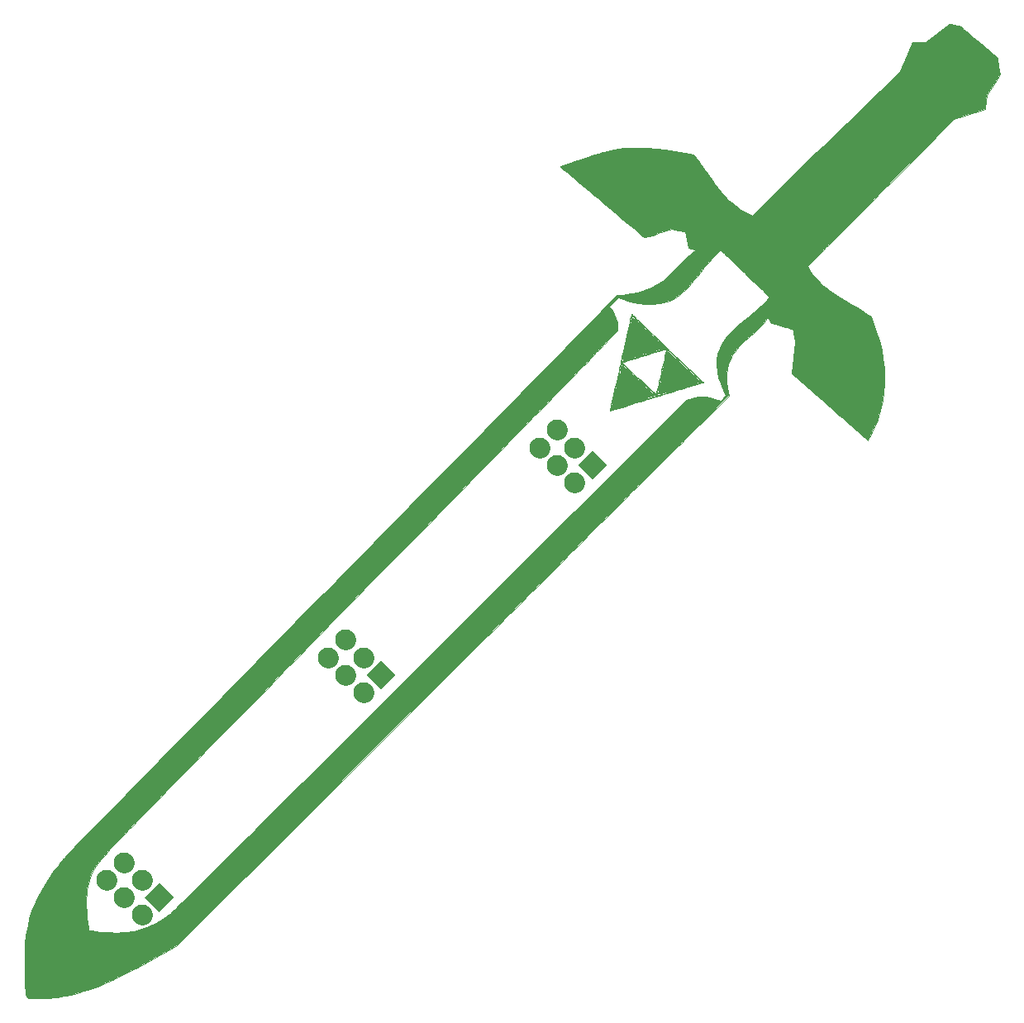
<source format=gbr>
G04 #@! TF.GenerationSoftware,KiCad,Pcbnew,5.1.2*
G04 #@! TF.CreationDate,2019-07-05T21:59:41-05:00*
G04 #@! TF.ProjectId,Master_Sword_(Ocarina_of_Time),4d617374-6572-45f5-9377-6f72645f284f,rev?*
G04 #@! TF.SameCoordinates,Original*
G04 #@! TF.FileFunction,Soldermask,Top*
G04 #@! TF.FilePolarity,Negative*
%FSLAX46Y46*%
G04 Gerber Fmt 4.6, Leading zero omitted, Abs format (unit mm)*
G04 Created by KiCad (PCBNEW 5.1.2) date 2019-07-05 21:59:41*
%MOMM*%
%LPD*%
G04 APERTURE LIST*
%ADD10C,0.010000*%
%ADD11C,2.100000*%
%ADD12C,2.100000*%
%ADD13C,0.100000*%
%ADD14C,0.900000*%
%ADD15C,1.300000*%
G04 APERTURE END LIST*
D10*
G36*
X191280022Y-54486020D02*
G01*
X191481942Y-54523862D01*
X191656599Y-54562220D01*
X191785057Y-54596561D01*
X191847823Y-54621913D01*
X191890652Y-54657944D01*
X191991574Y-54744384D01*
X192144722Y-54876168D01*
X192344229Y-55048230D01*
X192584229Y-55255502D01*
X192858854Y-55492919D01*
X193162238Y-55755415D01*
X193488514Y-56037923D01*
X193773990Y-56285259D01*
X195636833Y-57899684D01*
X195770134Y-58733223D01*
X195903435Y-59566761D01*
X195234218Y-60616749D01*
X194565000Y-61666737D01*
X194497133Y-62253952D01*
X194470619Y-62479593D01*
X194445638Y-62685396D01*
X194424662Y-62851470D01*
X194410160Y-62957925D01*
X194407980Y-62972003D01*
X194386694Y-63102840D01*
X191164128Y-64111166D01*
X184806137Y-70524666D01*
X184177566Y-71158752D01*
X183555326Y-71786505D01*
X182942824Y-72404485D01*
X182343467Y-73009252D01*
X181760664Y-73597367D01*
X181197822Y-74165388D01*
X180658350Y-74709877D01*
X180145654Y-75227392D01*
X179663142Y-75714494D01*
X179214222Y-76167743D01*
X178802303Y-76583698D01*
X178430790Y-76958920D01*
X178103094Y-77289968D01*
X177822620Y-77573403D01*
X177592777Y-77805784D01*
X177416973Y-77983671D01*
X177334828Y-78066889D01*
X176221510Y-79195613D01*
X176314880Y-79379223D01*
X176488567Y-79678779D01*
X176715583Y-80006856D01*
X176979908Y-80343403D01*
X177265521Y-80668371D01*
X177556402Y-80961712D01*
X177642665Y-81040878D01*
X177822433Y-81198634D01*
X178003165Y-81349950D01*
X178191670Y-81499372D01*
X178394756Y-81651446D01*
X178619233Y-81810716D01*
X178871908Y-81981729D01*
X179159591Y-82169030D01*
X179489090Y-82377164D01*
X179867214Y-82610678D01*
X180300772Y-82874116D01*
X180796571Y-83172025D01*
X181158833Y-83388323D01*
X181418327Y-83544492D01*
X181681487Y-83705567D01*
X181929154Y-83859628D01*
X182142168Y-83994757D01*
X182301368Y-84099035D01*
X182301833Y-84099348D01*
X182682833Y-84356270D01*
X182889018Y-84877732D01*
X183255297Y-85873655D01*
X183552034Y-86836234D01*
X183781659Y-87776714D01*
X183946605Y-88706341D01*
X184049303Y-89636361D01*
X184089333Y-90429894D01*
X184085966Y-91303670D01*
X184030144Y-92128137D01*
X183918498Y-92922972D01*
X183747654Y-93707853D01*
X183514244Y-94502459D01*
X183278558Y-95162666D01*
X183219621Y-95306539D01*
X183137671Y-95492609D01*
X183038774Y-95708471D01*
X182928997Y-95941719D01*
X182814406Y-96179949D01*
X182701068Y-96410755D01*
X182595049Y-96621732D01*
X182502415Y-96800475D01*
X182429234Y-96934578D01*
X182381571Y-97011638D01*
X182367663Y-97025333D01*
X182333220Y-96997889D01*
X182239297Y-96917879D01*
X182089875Y-96788789D01*
X181888932Y-96614102D01*
X181640446Y-96397304D01*
X181348396Y-96141879D01*
X181016761Y-95851312D01*
X180649520Y-95529088D01*
X180250652Y-95178690D01*
X179824134Y-94803604D01*
X179373946Y-94407315D01*
X178904067Y-93993306D01*
X178657888Y-93776250D01*
X178175239Y-93350605D01*
X177707547Y-92938163D01*
X177259056Y-92542665D01*
X176834010Y-92167853D01*
X176436652Y-91817470D01*
X176071226Y-91495255D01*
X175741975Y-91204953D01*
X175453145Y-90950303D01*
X175208977Y-90735049D01*
X175013716Y-90562931D01*
X174871606Y-90437691D01*
X174786891Y-90363072D01*
X174768932Y-90347276D01*
X174564138Y-90167385D01*
X174746479Y-88596031D01*
X174928819Y-87024676D01*
X174828672Y-86391269D01*
X174790801Y-86166119D01*
X174753320Y-85968649D01*
X174719622Y-85815010D01*
X174693098Y-85721353D01*
X174684012Y-85702569D01*
X174630044Y-85672640D01*
X174509116Y-85625091D01*
X174335823Y-85565051D01*
X174124757Y-85497652D01*
X173962166Y-85448787D01*
X173695567Y-85370361D01*
X173419788Y-85288719D01*
X173161324Y-85211738D01*
X172946673Y-85147295D01*
X172876824Y-85126127D01*
X172468815Y-85001957D01*
X172286059Y-84721452D01*
X172193918Y-84583275D01*
X172134199Y-84506961D01*
X172094810Y-84482356D01*
X172063657Y-84499305D01*
X172047011Y-84520723D01*
X171858905Y-84783092D01*
X171687048Y-85011396D01*
X171520441Y-85217293D01*
X171348089Y-85412444D01*
X171158993Y-85608507D01*
X170942157Y-85817142D01*
X170686583Y-86050010D01*
X170381274Y-86318768D01*
X170215666Y-86462358D01*
X169804494Y-86824819D01*
X169455985Y-87148888D01*
X169162507Y-87443368D01*
X168916427Y-87717060D01*
X168710116Y-87978766D01*
X168535940Y-88237288D01*
X168386270Y-88501428D01*
X168305392Y-88665548D01*
X168112647Y-89170315D01*
X167981879Y-89725039D01*
X167913717Y-90321329D01*
X167908789Y-90950794D01*
X167967721Y-91605043D01*
X168049637Y-92084729D01*
X168125623Y-92456958D01*
X163847228Y-96724356D01*
X163598309Y-96972597D01*
X163291184Y-97278820D01*
X162927631Y-97641254D01*
X162509427Y-98058127D01*
X162038351Y-98527668D01*
X161516179Y-99048105D01*
X160944690Y-99617668D01*
X160325661Y-100234586D01*
X159660870Y-100897086D01*
X158952094Y-101603398D01*
X158201112Y-102351750D01*
X157409700Y-103140371D01*
X156579637Y-103967491D01*
X155712700Y-104831337D01*
X154810667Y-105730138D01*
X153875316Y-106662124D01*
X152908423Y-107625522D01*
X151911768Y-108618563D01*
X150887127Y-109639473D01*
X149836278Y-110686483D01*
X148761000Y-111757820D01*
X147663068Y-112851714D01*
X146544262Y-113966394D01*
X145406359Y-115100087D01*
X144251136Y-116251024D01*
X143080372Y-117417432D01*
X141895844Y-118597540D01*
X140699329Y-119789577D01*
X139492605Y-120991773D01*
X138277450Y-122202354D01*
X137055642Y-123419551D01*
X135828958Y-124641592D01*
X135581217Y-124888394D01*
X111593602Y-148785034D01*
X110604551Y-149357477D01*
X109523242Y-149976092D01*
X108503810Y-150544005D01*
X107541803Y-151063134D01*
X106632768Y-151535398D01*
X105772255Y-151962718D01*
X104955811Y-152347010D01*
X104178985Y-152690196D01*
X103437324Y-152994192D01*
X102726377Y-153260919D01*
X102041693Y-153492295D01*
X101378819Y-153690240D01*
X100733303Y-153856671D01*
X100100694Y-153993509D01*
X99667166Y-154072047D01*
X99325782Y-154122410D01*
X98952228Y-154166113D01*
X98563500Y-154202114D01*
X98176598Y-154229367D01*
X97808517Y-154246829D01*
X97476257Y-154253455D01*
X97196815Y-154248201D01*
X97021333Y-154234578D01*
X96928179Y-154224971D01*
X96780586Y-154211438D01*
X96608517Y-154196712D01*
X96587416Y-154194976D01*
X96401821Y-154174058D01*
X96294545Y-154147412D01*
X96259345Y-154113472D01*
X96259333Y-154112750D01*
X96225630Y-154048959D01*
X96203731Y-154036055D01*
X96172822Y-153983072D01*
X96142632Y-153853139D01*
X96113656Y-153653974D01*
X96086389Y-153393292D01*
X96061324Y-153078810D01*
X96038958Y-152718244D01*
X96019783Y-152319313D01*
X96004295Y-151889731D01*
X95992989Y-151437216D01*
X95986358Y-150969484D01*
X95984753Y-150619333D01*
X95985930Y-150115443D01*
X95990517Y-149681914D01*
X95999477Y-149304476D01*
X96013771Y-148968859D01*
X96034363Y-148660792D01*
X96062214Y-148366006D01*
X96098288Y-148070230D01*
X96143546Y-147759195D01*
X96198952Y-147418629D01*
X96201764Y-147402000D01*
X96325043Y-146750407D01*
X96470869Y-146128875D01*
X96643218Y-145529261D01*
X96846067Y-144943424D01*
X97083393Y-144363220D01*
X97090700Y-144347779D01*
X102319822Y-144347779D01*
X102324786Y-144787716D01*
X102340126Y-145238217D01*
X102365452Y-145680968D01*
X102400376Y-146097655D01*
X102437969Y-146422534D01*
X102469953Y-146655053D01*
X102499994Y-146863911D01*
X102525514Y-147031869D01*
X102543934Y-147141687D01*
X102549653Y-147169316D01*
X102565322Y-147209244D01*
X102598422Y-147239491D01*
X102662805Y-147264050D01*
X102772324Y-147286918D01*
X102940831Y-147312088D01*
X103131342Y-147337070D01*
X103920098Y-147422086D01*
X104675986Y-147471861D01*
X105386453Y-147485983D01*
X106038945Y-147464040D01*
X106316730Y-147441667D01*
X107164197Y-147322244D01*
X107966714Y-147132350D01*
X108728924Y-146870134D01*
X109455473Y-146533747D01*
X110151005Y-146121336D01*
X110779666Y-145663503D01*
X110802497Y-145644604D01*
X110832423Y-145618513D01*
X110870374Y-145584305D01*
X110917277Y-145541057D01*
X110974061Y-145487845D01*
X111041656Y-145423744D01*
X111120990Y-145347831D01*
X111212991Y-145259182D01*
X111318589Y-145156873D01*
X111438712Y-145039980D01*
X111574289Y-144907578D01*
X111726248Y-144758745D01*
X111895519Y-144592557D01*
X112083029Y-144408088D01*
X112289709Y-144204416D01*
X112516486Y-143980617D01*
X112764289Y-143735765D01*
X113034047Y-143468939D01*
X113326689Y-143179213D01*
X113643143Y-142865664D01*
X113984338Y-142527368D01*
X114351203Y-142163401D01*
X114744667Y-141772839D01*
X115165658Y-141354757D01*
X115615106Y-140908233D01*
X116093938Y-140432343D01*
X116603083Y-139926161D01*
X117143471Y-139388765D01*
X117716030Y-138819230D01*
X118321688Y-138216633D01*
X118961375Y-137580050D01*
X119636019Y-136908556D01*
X120346549Y-136201228D01*
X121093893Y-135457142D01*
X121878981Y-134675373D01*
X122702741Y-133854999D01*
X123566102Y-132995095D01*
X124469992Y-132094737D01*
X125415341Y-131153001D01*
X126403077Y-130168963D01*
X127434128Y-129141700D01*
X128509424Y-128070287D01*
X129629893Y-126953801D01*
X130796463Y-125791318D01*
X132010065Y-124581913D01*
X133271626Y-123324662D01*
X134582075Y-122018643D01*
X135942341Y-120662931D01*
X137353352Y-119256601D01*
X138816038Y-117798731D01*
X140331326Y-116288395D01*
X141900147Y-114724671D01*
X143523427Y-113106635D01*
X145202097Y-111433361D01*
X146937085Y-109703927D01*
X148729320Y-107917409D01*
X150579730Y-106072882D01*
X152329833Y-104328329D01*
X163759833Y-92934538D01*
X164098500Y-92799498D01*
X164614889Y-92634949D01*
X165135327Y-92552477D01*
X165663277Y-92552174D01*
X166202202Y-92634133D01*
X166755563Y-92798447D01*
X166954351Y-92875868D01*
X167270203Y-93006233D01*
X167562668Y-92713768D01*
X167855133Y-92421302D01*
X167599141Y-91897568D01*
X167306133Y-91232344D01*
X167091619Y-90594635D01*
X166955189Y-89981258D01*
X166896430Y-89389031D01*
X166914932Y-88814769D01*
X167010284Y-88255292D01*
X167091099Y-87966000D01*
X167188976Y-87706260D01*
X167325869Y-87408866D01*
X167487208Y-87101714D01*
X167658422Y-86812701D01*
X167809650Y-86590166D01*
X168011630Y-86341136D01*
X168276179Y-86053016D01*
X168595255Y-85733431D01*
X168960815Y-85390007D01*
X169364817Y-85030370D01*
X169799218Y-84662147D01*
X170109833Y-84409168D01*
X170545650Y-84055917D01*
X170917546Y-83745301D01*
X171231327Y-83471933D01*
X171492804Y-83230427D01*
X171707784Y-83015396D01*
X171882075Y-82821453D01*
X172021486Y-82643211D01*
X172036005Y-82622822D01*
X172129970Y-82493280D01*
X172204917Y-82397056D01*
X172248441Y-82349826D01*
X172253776Y-82347655D01*
X172257624Y-82346705D01*
X172244157Y-82329622D01*
X172209871Y-82292988D01*
X172151262Y-82233386D01*
X172064825Y-82147399D01*
X171947057Y-82031608D01*
X171794454Y-81882596D01*
X171603510Y-81696946D01*
X171370723Y-81471240D01*
X171092588Y-81202059D01*
X170765601Y-80885988D01*
X170386258Y-80519607D01*
X169951055Y-80099499D01*
X169729524Y-79885710D01*
X169351889Y-79521921D01*
X168991858Y-79176309D01*
X168654055Y-78853239D01*
X168343100Y-78557075D01*
X168063617Y-78292179D01*
X167820228Y-78062916D01*
X167617556Y-77873649D01*
X167460221Y-77728742D01*
X167352847Y-77632559D01*
X167300056Y-77589464D01*
X167295358Y-77587686D01*
X167253923Y-77626103D01*
X167162815Y-77702185D01*
X167039237Y-77801674D01*
X166995695Y-77836085D01*
X166698280Y-78093452D01*
X166365702Y-78424842D01*
X165999866Y-78828155D01*
X165602675Y-79301291D01*
X165178357Y-79839128D01*
X164842605Y-80272851D01*
X164548193Y-80644862D01*
X164288045Y-80962911D01*
X164055086Y-81234743D01*
X163842240Y-81468107D01*
X163642433Y-81670750D01*
X163448589Y-81850419D01*
X163253632Y-82014861D01*
X163050488Y-82171824D01*
X163042856Y-82177491D01*
X162547365Y-82504179D01*
X162038240Y-82756545D01*
X161504798Y-82937954D01*
X160936354Y-83051769D01*
X160322226Y-83101355D01*
X160099853Y-83104176D01*
X159523055Y-83080174D01*
X158942857Y-83009707D01*
X158342878Y-82889753D01*
X157706734Y-82717291D01*
X157304000Y-82588403D01*
X156817166Y-82424697D01*
X156363461Y-82877598D01*
X155909756Y-83330500D01*
X156104104Y-83626833D01*
X156371993Y-84080312D01*
X156569227Y-84514460D01*
X156694597Y-84925002D01*
X156746896Y-85307665D01*
X156724916Y-85658173D01*
X156704779Y-85751990D01*
X156699588Y-85765651D01*
X156689026Y-85784463D01*
X156671933Y-85809615D01*
X156647150Y-85842297D01*
X156613516Y-85883698D01*
X156569874Y-85935007D01*
X156515062Y-85997412D01*
X156447923Y-86072105D01*
X156367296Y-86160273D01*
X156272023Y-86263106D01*
X156160943Y-86381792D01*
X156032897Y-86517523D01*
X155886726Y-86671485D01*
X155721271Y-86844870D01*
X155535372Y-87038865D01*
X155327869Y-87254661D01*
X155097604Y-87493446D01*
X154843417Y-87756410D01*
X154564147Y-88044741D01*
X154258637Y-88359630D01*
X153925727Y-88702265D01*
X153564257Y-89073835D01*
X153173067Y-89475530D01*
X152750999Y-89908539D01*
X152296893Y-90374051D01*
X151809590Y-90873255D01*
X151287930Y-91407342D01*
X150730753Y-91977498D01*
X150136901Y-92584915D01*
X149505213Y-93230781D01*
X148834532Y-93916286D01*
X148123696Y-94642618D01*
X147371547Y-95410967D01*
X146576925Y-96222523D01*
X145738671Y-97078473D01*
X144855626Y-97980008D01*
X143926630Y-98928317D01*
X142950523Y-99924589D01*
X141926147Y-100970013D01*
X140852341Y-102065779D01*
X139727947Y-103213075D01*
X138551805Y-104413091D01*
X137322755Y-105667016D01*
X136039639Y-106976039D01*
X134701297Y-108341350D01*
X133306568Y-109764138D01*
X131854295Y-111245591D01*
X131108050Y-112006820D01*
X129876133Y-113263473D01*
X128657733Y-114506357D01*
X127454232Y-115734058D01*
X126267016Y-116945163D01*
X125097470Y-118138260D01*
X123946979Y-119311935D01*
X122816926Y-120464775D01*
X121708697Y-121595368D01*
X120623677Y-122702300D01*
X119563250Y-123784159D01*
X118528801Y-124839532D01*
X117521715Y-125867006D01*
X116543376Y-126865168D01*
X115595169Y-127832604D01*
X114678480Y-128767904D01*
X113794691Y-129669652D01*
X112945189Y-130536437D01*
X112131358Y-131366845D01*
X111354583Y-132159463D01*
X110616248Y-132912880D01*
X109917739Y-133625681D01*
X109260439Y-134296454D01*
X108645734Y-134923786D01*
X108075008Y-135506263D01*
X107549646Y-136042474D01*
X107071033Y-136531005D01*
X106640554Y-136970444D01*
X106259592Y-137359376D01*
X105929534Y-137696390D01*
X105651763Y-137980073D01*
X105427665Y-138209011D01*
X105258624Y-138381793D01*
X105146024Y-138497003D01*
X105091252Y-138553231D01*
X105090187Y-138554333D01*
X104780442Y-138884463D01*
X104453737Y-139249139D01*
X104128801Y-139626516D01*
X103824364Y-139994750D01*
X103559153Y-140331998D01*
X103508256Y-140399430D01*
X103175231Y-140884947D01*
X102905679Y-141371840D01*
X102692730Y-141877478D01*
X102529515Y-142419230D01*
X102409163Y-143014465D01*
X102371076Y-143274500D01*
X102342578Y-143572857D01*
X102325623Y-143936722D01*
X102319822Y-144347779D01*
X97090700Y-144347779D01*
X97359171Y-143780508D01*
X97677379Y-143187145D01*
X98041991Y-142574990D01*
X98456986Y-141935899D01*
X98926338Y-141261732D01*
X99454025Y-140544344D01*
X99724834Y-140187953D01*
X99755712Y-140148277D01*
X99790342Y-140105108D01*
X99829865Y-140057283D01*
X99875422Y-140003636D01*
X99928153Y-139943005D01*
X99989200Y-139874224D01*
X100059703Y-139796130D01*
X100140804Y-139707560D01*
X100233643Y-139607348D01*
X100339361Y-139494331D01*
X100459100Y-139367345D01*
X100594000Y-139225225D01*
X100745202Y-139066809D01*
X100913847Y-138890931D01*
X101101076Y-138696428D01*
X101308030Y-138482135D01*
X101535850Y-138246889D01*
X101785676Y-137989526D01*
X102058651Y-137708881D01*
X102355914Y-137403791D01*
X102678606Y-137073091D01*
X103027869Y-136715617D01*
X103404844Y-136330206D01*
X103810671Y-135915694D01*
X104246491Y-135470915D01*
X104713446Y-134994708D01*
X105212676Y-134485906D01*
X105745321Y-133943346D01*
X106312525Y-133365865D01*
X106915426Y-132752298D01*
X107555166Y-132101481D01*
X108232885Y-131412250D01*
X108949726Y-130683441D01*
X109706829Y-129913891D01*
X110505334Y-129102434D01*
X111346382Y-128247907D01*
X112231116Y-127349146D01*
X113160675Y-126404987D01*
X114136200Y-125414266D01*
X115158832Y-124375819D01*
X116229713Y-123288482D01*
X117349984Y-122151090D01*
X118520784Y-120962480D01*
X119743255Y-119721488D01*
X121018539Y-118426949D01*
X122347775Y-117077700D01*
X123732105Y-115672577D01*
X125172671Y-114210415D01*
X126670612Y-112690050D01*
X127915412Y-111426635D01*
X129196470Y-110126353D01*
X130463016Y-108840654D01*
X131713744Y-107570864D01*
X132947353Y-106318311D01*
X134162537Y-105084321D01*
X135357993Y-103870221D01*
X136532417Y-102677337D01*
X137684504Y-101506997D01*
X138812952Y-100360526D01*
X139916456Y-99239252D01*
X140993712Y-98144500D01*
X142043416Y-97077599D01*
X143064265Y-96039875D01*
X144054954Y-95032653D01*
X145014180Y-94057262D01*
X145940638Y-93115027D01*
X146833025Y-92207275D01*
X147690037Y-91335334D01*
X148510370Y-90500529D01*
X149292720Y-89704188D01*
X150035783Y-88947636D01*
X150738256Y-88232201D01*
X151398833Y-87559210D01*
X152016212Y-86929989D01*
X152589089Y-86345865D01*
X153116159Y-85808164D01*
X153596119Y-85318213D01*
X154027665Y-84877339D01*
X154409492Y-84486869D01*
X154740297Y-84148129D01*
X155018777Y-83862446D01*
X155243627Y-83631146D01*
X155413543Y-83455557D01*
X155527221Y-83337005D01*
X155583357Y-83276816D01*
X155589500Y-83269107D01*
X155619842Y-83219693D01*
X155704099Y-83125217D01*
X155832117Y-82995964D01*
X155993742Y-82842222D01*
X156161000Y-82690124D01*
X156732500Y-82180898D01*
X157278007Y-82128724D01*
X158102060Y-82023163D01*
X158861169Y-81869127D01*
X159561403Y-81664247D01*
X160208831Y-81406152D01*
X160809521Y-81092475D01*
X161369543Y-80720843D01*
X161821555Y-80354588D01*
X161925045Y-80257008D01*
X162074110Y-80107885D01*
X162257748Y-79918663D01*
X162464957Y-79700785D01*
X162684734Y-79465695D01*
X162875084Y-79258830D01*
X163307226Y-78797337D01*
X163701462Y-78400822D01*
X164055917Y-78071044D01*
X164368711Y-77809767D01*
X164589614Y-77649975D01*
X164684294Y-77582952D01*
X164737702Y-77536503D01*
X164742496Y-77525718D01*
X164698152Y-77509514D01*
X164590790Y-77477611D01*
X164439355Y-77435521D01*
X164350052Y-77411587D01*
X163971500Y-77311348D01*
X163675166Y-75668166D01*
X162978621Y-75529845D01*
X162282077Y-75391523D01*
X160911491Y-75839162D01*
X160586780Y-75944524D01*
X160287514Y-76040304D01*
X160023220Y-76123557D01*
X159803430Y-76191334D01*
X159637672Y-76240688D01*
X159535476Y-76268672D01*
X159506131Y-76273817D01*
X159469570Y-76245340D01*
X159372866Y-76166187D01*
X159220628Y-76040231D01*
X159017467Y-75871344D01*
X158767993Y-75663397D01*
X158476817Y-75420262D01*
X158148548Y-75145812D01*
X157787798Y-74843918D01*
X157399175Y-74518452D01*
X156987292Y-74173286D01*
X156556757Y-73812291D01*
X156112182Y-73439340D01*
X155658175Y-73058305D01*
X155199349Y-72673057D01*
X154740313Y-72287469D01*
X154285676Y-71905411D01*
X153840051Y-71530757D01*
X153408046Y-71167378D01*
X152994272Y-70819145D01*
X152603339Y-70489932D01*
X152239858Y-70183608D01*
X151908439Y-69904048D01*
X151613692Y-69655122D01*
X151360227Y-69440701D01*
X151152655Y-69264660D01*
X150995586Y-69130868D01*
X150893631Y-69043198D01*
X150851398Y-69005522D01*
X150850558Y-69004536D01*
X150884416Y-68984001D01*
X150990345Y-68940627D01*
X151159742Y-68877278D01*
X151384007Y-68796819D01*
X151654539Y-68702113D01*
X151962738Y-68596026D01*
X152300001Y-68481420D01*
X152657729Y-68361162D01*
X153027320Y-68238114D01*
X153400173Y-68115142D01*
X153767688Y-67995109D01*
X154121263Y-67880880D01*
X154452298Y-67775320D01*
X154752191Y-67681292D01*
X155012342Y-67601661D01*
X155224149Y-67539291D01*
X155371442Y-67498973D01*
X156070489Y-67339169D01*
X156778253Y-67216518D01*
X157502145Y-67131100D01*
X158249579Y-67082995D01*
X159027970Y-67072286D01*
X159844728Y-67099053D01*
X160707269Y-67163379D01*
X161623004Y-67265343D01*
X162599348Y-67405027D01*
X163643712Y-67582513D01*
X163685034Y-67590039D01*
X164541568Y-67746419D01*
X164874456Y-68193626D01*
X164987914Y-68348964D01*
X165138874Y-68559992D01*
X165317251Y-68812373D01*
X165512961Y-69091771D01*
X165715918Y-69383847D01*
X165916038Y-69674265D01*
X165918599Y-69678000D01*
X166200775Y-70087490D01*
X166444800Y-70436732D01*
X166658695Y-70736452D01*
X166850476Y-70997372D01*
X167028164Y-71230216D01*
X167199777Y-71445707D01*
X167373333Y-71654571D01*
X167549778Y-71859438D01*
X168065382Y-72397451D01*
X168629503Y-72890542D01*
X169227628Y-73327716D01*
X169845247Y-73697977D01*
X170223244Y-73885313D01*
X170535956Y-74027821D01*
X177159728Y-67550557D01*
X177803195Y-66921336D01*
X178438593Y-66300033D01*
X179062624Y-65689871D01*
X179671990Y-65094074D01*
X180263393Y-64515867D01*
X180833535Y-63958471D01*
X181379118Y-63425111D01*
X181896845Y-62919011D01*
X182383418Y-62443394D01*
X182835538Y-62001484D01*
X183249909Y-61596504D01*
X183623231Y-61231679D01*
X183952208Y-60910230D01*
X184233541Y-60635384D01*
X184463932Y-60410362D01*
X184640084Y-60238388D01*
X184750255Y-60130917D01*
X185717010Y-59188541D01*
X186319435Y-57712854D01*
X186921860Y-56237166D01*
X188336445Y-56237166D01*
X190775545Y-54399046D01*
X191280022Y-54486020D01*
X191280022Y-54486020D01*
G37*
X191280022Y-54486020D02*
X191481942Y-54523862D01*
X191656599Y-54562220D01*
X191785057Y-54596561D01*
X191847823Y-54621913D01*
X191890652Y-54657944D01*
X191991574Y-54744384D01*
X192144722Y-54876168D01*
X192344229Y-55048230D01*
X192584229Y-55255502D01*
X192858854Y-55492919D01*
X193162238Y-55755415D01*
X193488514Y-56037923D01*
X193773990Y-56285259D01*
X195636833Y-57899684D01*
X195770134Y-58733223D01*
X195903435Y-59566761D01*
X195234218Y-60616749D01*
X194565000Y-61666737D01*
X194497133Y-62253952D01*
X194470619Y-62479593D01*
X194445638Y-62685396D01*
X194424662Y-62851470D01*
X194410160Y-62957925D01*
X194407980Y-62972003D01*
X194386694Y-63102840D01*
X191164128Y-64111166D01*
X184806137Y-70524666D01*
X184177566Y-71158752D01*
X183555326Y-71786505D01*
X182942824Y-72404485D01*
X182343467Y-73009252D01*
X181760664Y-73597367D01*
X181197822Y-74165388D01*
X180658350Y-74709877D01*
X180145654Y-75227392D01*
X179663142Y-75714494D01*
X179214222Y-76167743D01*
X178802303Y-76583698D01*
X178430790Y-76958920D01*
X178103094Y-77289968D01*
X177822620Y-77573403D01*
X177592777Y-77805784D01*
X177416973Y-77983671D01*
X177334828Y-78066889D01*
X176221510Y-79195613D01*
X176314880Y-79379223D01*
X176488567Y-79678779D01*
X176715583Y-80006856D01*
X176979908Y-80343403D01*
X177265521Y-80668371D01*
X177556402Y-80961712D01*
X177642665Y-81040878D01*
X177822433Y-81198634D01*
X178003165Y-81349950D01*
X178191670Y-81499372D01*
X178394756Y-81651446D01*
X178619233Y-81810716D01*
X178871908Y-81981729D01*
X179159591Y-82169030D01*
X179489090Y-82377164D01*
X179867214Y-82610678D01*
X180300772Y-82874116D01*
X180796571Y-83172025D01*
X181158833Y-83388323D01*
X181418327Y-83544492D01*
X181681487Y-83705567D01*
X181929154Y-83859628D01*
X182142168Y-83994757D01*
X182301368Y-84099035D01*
X182301833Y-84099348D01*
X182682833Y-84356270D01*
X182889018Y-84877732D01*
X183255297Y-85873655D01*
X183552034Y-86836234D01*
X183781659Y-87776714D01*
X183946605Y-88706341D01*
X184049303Y-89636361D01*
X184089333Y-90429894D01*
X184085966Y-91303670D01*
X184030144Y-92128137D01*
X183918498Y-92922972D01*
X183747654Y-93707853D01*
X183514244Y-94502459D01*
X183278558Y-95162666D01*
X183219621Y-95306539D01*
X183137671Y-95492609D01*
X183038774Y-95708471D01*
X182928997Y-95941719D01*
X182814406Y-96179949D01*
X182701068Y-96410755D01*
X182595049Y-96621732D01*
X182502415Y-96800475D01*
X182429234Y-96934578D01*
X182381571Y-97011638D01*
X182367663Y-97025333D01*
X182333220Y-96997889D01*
X182239297Y-96917879D01*
X182089875Y-96788789D01*
X181888932Y-96614102D01*
X181640446Y-96397304D01*
X181348396Y-96141879D01*
X181016761Y-95851312D01*
X180649520Y-95529088D01*
X180250652Y-95178690D01*
X179824134Y-94803604D01*
X179373946Y-94407315D01*
X178904067Y-93993306D01*
X178657888Y-93776250D01*
X178175239Y-93350605D01*
X177707547Y-92938163D01*
X177259056Y-92542665D01*
X176834010Y-92167853D01*
X176436652Y-91817470D01*
X176071226Y-91495255D01*
X175741975Y-91204953D01*
X175453145Y-90950303D01*
X175208977Y-90735049D01*
X175013716Y-90562931D01*
X174871606Y-90437691D01*
X174786891Y-90363072D01*
X174768932Y-90347276D01*
X174564138Y-90167385D01*
X174746479Y-88596031D01*
X174928819Y-87024676D01*
X174828672Y-86391269D01*
X174790801Y-86166119D01*
X174753320Y-85968649D01*
X174719622Y-85815010D01*
X174693098Y-85721353D01*
X174684012Y-85702569D01*
X174630044Y-85672640D01*
X174509116Y-85625091D01*
X174335823Y-85565051D01*
X174124757Y-85497652D01*
X173962166Y-85448787D01*
X173695567Y-85370361D01*
X173419788Y-85288719D01*
X173161324Y-85211738D01*
X172946673Y-85147295D01*
X172876824Y-85126127D01*
X172468815Y-85001957D01*
X172286059Y-84721452D01*
X172193918Y-84583275D01*
X172134199Y-84506961D01*
X172094810Y-84482356D01*
X172063657Y-84499305D01*
X172047011Y-84520723D01*
X171858905Y-84783092D01*
X171687048Y-85011396D01*
X171520441Y-85217293D01*
X171348089Y-85412444D01*
X171158993Y-85608507D01*
X170942157Y-85817142D01*
X170686583Y-86050010D01*
X170381274Y-86318768D01*
X170215666Y-86462358D01*
X169804494Y-86824819D01*
X169455985Y-87148888D01*
X169162507Y-87443368D01*
X168916427Y-87717060D01*
X168710116Y-87978766D01*
X168535940Y-88237288D01*
X168386270Y-88501428D01*
X168305392Y-88665548D01*
X168112647Y-89170315D01*
X167981879Y-89725039D01*
X167913717Y-90321329D01*
X167908789Y-90950794D01*
X167967721Y-91605043D01*
X168049637Y-92084729D01*
X168125623Y-92456958D01*
X163847228Y-96724356D01*
X163598309Y-96972597D01*
X163291184Y-97278820D01*
X162927631Y-97641254D01*
X162509427Y-98058127D01*
X162038351Y-98527668D01*
X161516179Y-99048105D01*
X160944690Y-99617668D01*
X160325661Y-100234586D01*
X159660870Y-100897086D01*
X158952094Y-101603398D01*
X158201112Y-102351750D01*
X157409700Y-103140371D01*
X156579637Y-103967491D01*
X155712700Y-104831337D01*
X154810667Y-105730138D01*
X153875316Y-106662124D01*
X152908423Y-107625522D01*
X151911768Y-108618563D01*
X150887127Y-109639473D01*
X149836278Y-110686483D01*
X148761000Y-111757820D01*
X147663068Y-112851714D01*
X146544262Y-113966394D01*
X145406359Y-115100087D01*
X144251136Y-116251024D01*
X143080372Y-117417432D01*
X141895844Y-118597540D01*
X140699329Y-119789577D01*
X139492605Y-120991773D01*
X138277450Y-122202354D01*
X137055642Y-123419551D01*
X135828958Y-124641592D01*
X135581217Y-124888394D01*
X111593602Y-148785034D01*
X110604551Y-149357477D01*
X109523242Y-149976092D01*
X108503810Y-150544005D01*
X107541803Y-151063134D01*
X106632768Y-151535398D01*
X105772255Y-151962718D01*
X104955811Y-152347010D01*
X104178985Y-152690196D01*
X103437324Y-152994192D01*
X102726377Y-153260919D01*
X102041693Y-153492295D01*
X101378819Y-153690240D01*
X100733303Y-153856671D01*
X100100694Y-153993509D01*
X99667166Y-154072047D01*
X99325782Y-154122410D01*
X98952228Y-154166113D01*
X98563500Y-154202114D01*
X98176598Y-154229367D01*
X97808517Y-154246829D01*
X97476257Y-154253455D01*
X97196815Y-154248201D01*
X97021333Y-154234578D01*
X96928179Y-154224971D01*
X96780586Y-154211438D01*
X96608517Y-154196712D01*
X96587416Y-154194976D01*
X96401821Y-154174058D01*
X96294545Y-154147412D01*
X96259345Y-154113472D01*
X96259333Y-154112750D01*
X96225630Y-154048959D01*
X96203731Y-154036055D01*
X96172822Y-153983072D01*
X96142632Y-153853139D01*
X96113656Y-153653974D01*
X96086389Y-153393292D01*
X96061324Y-153078810D01*
X96038958Y-152718244D01*
X96019783Y-152319313D01*
X96004295Y-151889731D01*
X95992989Y-151437216D01*
X95986358Y-150969484D01*
X95984753Y-150619333D01*
X95985930Y-150115443D01*
X95990517Y-149681914D01*
X95999477Y-149304476D01*
X96013771Y-148968859D01*
X96034363Y-148660792D01*
X96062214Y-148366006D01*
X96098288Y-148070230D01*
X96143546Y-147759195D01*
X96198952Y-147418629D01*
X96201764Y-147402000D01*
X96325043Y-146750407D01*
X96470869Y-146128875D01*
X96643218Y-145529261D01*
X96846067Y-144943424D01*
X97083393Y-144363220D01*
X97090700Y-144347779D01*
X102319822Y-144347779D01*
X102324786Y-144787716D01*
X102340126Y-145238217D01*
X102365452Y-145680968D01*
X102400376Y-146097655D01*
X102437969Y-146422534D01*
X102469953Y-146655053D01*
X102499994Y-146863911D01*
X102525514Y-147031869D01*
X102543934Y-147141687D01*
X102549653Y-147169316D01*
X102565322Y-147209244D01*
X102598422Y-147239491D01*
X102662805Y-147264050D01*
X102772324Y-147286918D01*
X102940831Y-147312088D01*
X103131342Y-147337070D01*
X103920098Y-147422086D01*
X104675986Y-147471861D01*
X105386453Y-147485983D01*
X106038945Y-147464040D01*
X106316730Y-147441667D01*
X107164197Y-147322244D01*
X107966714Y-147132350D01*
X108728924Y-146870134D01*
X109455473Y-146533747D01*
X110151005Y-146121336D01*
X110779666Y-145663503D01*
X110802497Y-145644604D01*
X110832423Y-145618513D01*
X110870374Y-145584305D01*
X110917277Y-145541057D01*
X110974061Y-145487845D01*
X111041656Y-145423744D01*
X111120990Y-145347831D01*
X111212991Y-145259182D01*
X111318589Y-145156873D01*
X111438712Y-145039980D01*
X111574289Y-144907578D01*
X111726248Y-144758745D01*
X111895519Y-144592557D01*
X112083029Y-144408088D01*
X112289709Y-144204416D01*
X112516486Y-143980617D01*
X112764289Y-143735765D01*
X113034047Y-143468939D01*
X113326689Y-143179213D01*
X113643143Y-142865664D01*
X113984338Y-142527368D01*
X114351203Y-142163401D01*
X114744667Y-141772839D01*
X115165658Y-141354757D01*
X115615106Y-140908233D01*
X116093938Y-140432343D01*
X116603083Y-139926161D01*
X117143471Y-139388765D01*
X117716030Y-138819230D01*
X118321688Y-138216633D01*
X118961375Y-137580050D01*
X119636019Y-136908556D01*
X120346549Y-136201228D01*
X121093893Y-135457142D01*
X121878981Y-134675373D01*
X122702741Y-133854999D01*
X123566102Y-132995095D01*
X124469992Y-132094737D01*
X125415341Y-131153001D01*
X126403077Y-130168963D01*
X127434128Y-129141700D01*
X128509424Y-128070287D01*
X129629893Y-126953801D01*
X130796463Y-125791318D01*
X132010065Y-124581913D01*
X133271626Y-123324662D01*
X134582075Y-122018643D01*
X135942341Y-120662931D01*
X137353352Y-119256601D01*
X138816038Y-117798731D01*
X140331326Y-116288395D01*
X141900147Y-114724671D01*
X143523427Y-113106635D01*
X145202097Y-111433361D01*
X146937085Y-109703927D01*
X148729320Y-107917409D01*
X150579730Y-106072882D01*
X152329833Y-104328329D01*
X163759833Y-92934538D01*
X164098500Y-92799498D01*
X164614889Y-92634949D01*
X165135327Y-92552477D01*
X165663277Y-92552174D01*
X166202202Y-92634133D01*
X166755563Y-92798447D01*
X166954351Y-92875868D01*
X167270203Y-93006233D01*
X167562668Y-92713768D01*
X167855133Y-92421302D01*
X167599141Y-91897568D01*
X167306133Y-91232344D01*
X167091619Y-90594635D01*
X166955189Y-89981258D01*
X166896430Y-89389031D01*
X166914932Y-88814769D01*
X167010284Y-88255292D01*
X167091099Y-87966000D01*
X167188976Y-87706260D01*
X167325869Y-87408866D01*
X167487208Y-87101714D01*
X167658422Y-86812701D01*
X167809650Y-86590166D01*
X168011630Y-86341136D01*
X168276179Y-86053016D01*
X168595255Y-85733431D01*
X168960815Y-85390007D01*
X169364817Y-85030370D01*
X169799218Y-84662147D01*
X170109833Y-84409168D01*
X170545650Y-84055917D01*
X170917546Y-83745301D01*
X171231327Y-83471933D01*
X171492804Y-83230427D01*
X171707784Y-83015396D01*
X171882075Y-82821453D01*
X172021486Y-82643211D01*
X172036005Y-82622822D01*
X172129970Y-82493280D01*
X172204917Y-82397056D01*
X172248441Y-82349826D01*
X172253776Y-82347655D01*
X172257624Y-82346705D01*
X172244157Y-82329622D01*
X172209871Y-82292988D01*
X172151262Y-82233386D01*
X172064825Y-82147399D01*
X171947057Y-82031608D01*
X171794454Y-81882596D01*
X171603510Y-81696946D01*
X171370723Y-81471240D01*
X171092588Y-81202059D01*
X170765601Y-80885988D01*
X170386258Y-80519607D01*
X169951055Y-80099499D01*
X169729524Y-79885710D01*
X169351889Y-79521921D01*
X168991858Y-79176309D01*
X168654055Y-78853239D01*
X168343100Y-78557075D01*
X168063617Y-78292179D01*
X167820228Y-78062916D01*
X167617556Y-77873649D01*
X167460221Y-77728742D01*
X167352847Y-77632559D01*
X167300056Y-77589464D01*
X167295358Y-77587686D01*
X167253923Y-77626103D01*
X167162815Y-77702185D01*
X167039237Y-77801674D01*
X166995695Y-77836085D01*
X166698280Y-78093452D01*
X166365702Y-78424842D01*
X165999866Y-78828155D01*
X165602675Y-79301291D01*
X165178357Y-79839128D01*
X164842605Y-80272851D01*
X164548193Y-80644862D01*
X164288045Y-80962911D01*
X164055086Y-81234743D01*
X163842240Y-81468107D01*
X163642433Y-81670750D01*
X163448589Y-81850419D01*
X163253632Y-82014861D01*
X163050488Y-82171824D01*
X163042856Y-82177491D01*
X162547365Y-82504179D01*
X162038240Y-82756545D01*
X161504798Y-82937954D01*
X160936354Y-83051769D01*
X160322226Y-83101355D01*
X160099853Y-83104176D01*
X159523055Y-83080174D01*
X158942857Y-83009707D01*
X158342878Y-82889753D01*
X157706734Y-82717291D01*
X157304000Y-82588403D01*
X156817166Y-82424697D01*
X156363461Y-82877598D01*
X155909756Y-83330500D01*
X156104104Y-83626833D01*
X156371993Y-84080312D01*
X156569227Y-84514460D01*
X156694597Y-84925002D01*
X156746896Y-85307665D01*
X156724916Y-85658173D01*
X156704779Y-85751990D01*
X156699588Y-85765651D01*
X156689026Y-85784463D01*
X156671933Y-85809615D01*
X156647150Y-85842297D01*
X156613516Y-85883698D01*
X156569874Y-85935007D01*
X156515062Y-85997412D01*
X156447923Y-86072105D01*
X156367296Y-86160273D01*
X156272023Y-86263106D01*
X156160943Y-86381792D01*
X156032897Y-86517523D01*
X155886726Y-86671485D01*
X155721271Y-86844870D01*
X155535372Y-87038865D01*
X155327869Y-87254661D01*
X155097604Y-87493446D01*
X154843417Y-87756410D01*
X154564147Y-88044741D01*
X154258637Y-88359630D01*
X153925727Y-88702265D01*
X153564257Y-89073835D01*
X153173067Y-89475530D01*
X152750999Y-89908539D01*
X152296893Y-90374051D01*
X151809590Y-90873255D01*
X151287930Y-91407342D01*
X150730753Y-91977498D01*
X150136901Y-92584915D01*
X149505213Y-93230781D01*
X148834532Y-93916286D01*
X148123696Y-94642618D01*
X147371547Y-95410967D01*
X146576925Y-96222523D01*
X145738671Y-97078473D01*
X144855626Y-97980008D01*
X143926630Y-98928317D01*
X142950523Y-99924589D01*
X141926147Y-100970013D01*
X140852341Y-102065779D01*
X139727947Y-103213075D01*
X138551805Y-104413091D01*
X137322755Y-105667016D01*
X136039639Y-106976039D01*
X134701297Y-108341350D01*
X133306568Y-109764138D01*
X131854295Y-111245591D01*
X131108050Y-112006820D01*
X129876133Y-113263473D01*
X128657733Y-114506357D01*
X127454232Y-115734058D01*
X126267016Y-116945163D01*
X125097470Y-118138260D01*
X123946979Y-119311935D01*
X122816926Y-120464775D01*
X121708697Y-121595368D01*
X120623677Y-122702300D01*
X119563250Y-123784159D01*
X118528801Y-124839532D01*
X117521715Y-125867006D01*
X116543376Y-126865168D01*
X115595169Y-127832604D01*
X114678480Y-128767904D01*
X113794691Y-129669652D01*
X112945189Y-130536437D01*
X112131358Y-131366845D01*
X111354583Y-132159463D01*
X110616248Y-132912880D01*
X109917739Y-133625681D01*
X109260439Y-134296454D01*
X108645734Y-134923786D01*
X108075008Y-135506263D01*
X107549646Y-136042474D01*
X107071033Y-136531005D01*
X106640554Y-136970444D01*
X106259592Y-137359376D01*
X105929534Y-137696390D01*
X105651763Y-137980073D01*
X105427665Y-138209011D01*
X105258624Y-138381793D01*
X105146024Y-138497003D01*
X105091252Y-138553231D01*
X105090187Y-138554333D01*
X104780442Y-138884463D01*
X104453737Y-139249139D01*
X104128801Y-139626516D01*
X103824364Y-139994750D01*
X103559153Y-140331998D01*
X103508256Y-140399430D01*
X103175231Y-140884947D01*
X102905679Y-141371840D01*
X102692730Y-141877478D01*
X102529515Y-142419230D01*
X102409163Y-143014465D01*
X102371076Y-143274500D01*
X102342578Y-143572857D01*
X102325623Y-143936722D01*
X102319822Y-144347779D01*
X97090700Y-144347779D01*
X97359171Y-143780508D01*
X97677379Y-143187145D01*
X98041991Y-142574990D01*
X98456986Y-141935899D01*
X98926338Y-141261732D01*
X99454025Y-140544344D01*
X99724834Y-140187953D01*
X99755712Y-140148277D01*
X99790342Y-140105108D01*
X99829865Y-140057283D01*
X99875422Y-140003636D01*
X99928153Y-139943005D01*
X99989200Y-139874224D01*
X100059703Y-139796130D01*
X100140804Y-139707560D01*
X100233643Y-139607348D01*
X100339361Y-139494331D01*
X100459100Y-139367345D01*
X100594000Y-139225225D01*
X100745202Y-139066809D01*
X100913847Y-138890931D01*
X101101076Y-138696428D01*
X101308030Y-138482135D01*
X101535850Y-138246889D01*
X101785676Y-137989526D01*
X102058651Y-137708881D01*
X102355914Y-137403791D01*
X102678606Y-137073091D01*
X103027869Y-136715617D01*
X103404844Y-136330206D01*
X103810671Y-135915694D01*
X104246491Y-135470915D01*
X104713446Y-134994708D01*
X105212676Y-134485906D01*
X105745321Y-133943346D01*
X106312525Y-133365865D01*
X106915426Y-132752298D01*
X107555166Y-132101481D01*
X108232885Y-131412250D01*
X108949726Y-130683441D01*
X109706829Y-129913891D01*
X110505334Y-129102434D01*
X111346382Y-128247907D01*
X112231116Y-127349146D01*
X113160675Y-126404987D01*
X114136200Y-125414266D01*
X115158832Y-124375819D01*
X116229713Y-123288482D01*
X117349984Y-122151090D01*
X118520784Y-120962480D01*
X119743255Y-119721488D01*
X121018539Y-118426949D01*
X122347775Y-117077700D01*
X123732105Y-115672577D01*
X125172671Y-114210415D01*
X126670612Y-112690050D01*
X127915412Y-111426635D01*
X129196470Y-110126353D01*
X130463016Y-108840654D01*
X131713744Y-107570864D01*
X132947353Y-106318311D01*
X134162537Y-105084321D01*
X135357993Y-103870221D01*
X136532417Y-102677337D01*
X137684504Y-101506997D01*
X138812952Y-100360526D01*
X139916456Y-99239252D01*
X140993712Y-98144500D01*
X142043416Y-97077599D01*
X143064265Y-96039875D01*
X144054954Y-95032653D01*
X145014180Y-94057262D01*
X145940638Y-93115027D01*
X146833025Y-92207275D01*
X147690037Y-91335334D01*
X148510370Y-90500529D01*
X149292720Y-89704188D01*
X150035783Y-88947636D01*
X150738256Y-88232201D01*
X151398833Y-87559210D01*
X152016212Y-86929989D01*
X152589089Y-86345865D01*
X153116159Y-85808164D01*
X153596119Y-85318213D01*
X154027665Y-84877339D01*
X154409492Y-84486869D01*
X154740297Y-84148129D01*
X155018777Y-83862446D01*
X155243627Y-83631146D01*
X155413543Y-83455557D01*
X155527221Y-83337005D01*
X155583357Y-83276816D01*
X155589500Y-83269107D01*
X155619842Y-83219693D01*
X155704099Y-83125217D01*
X155832117Y-82995964D01*
X155993742Y-82842222D01*
X156161000Y-82690124D01*
X156732500Y-82180898D01*
X157278007Y-82128724D01*
X158102060Y-82023163D01*
X158861169Y-81869127D01*
X159561403Y-81664247D01*
X160208831Y-81406152D01*
X160809521Y-81092475D01*
X161369543Y-80720843D01*
X161821555Y-80354588D01*
X161925045Y-80257008D01*
X162074110Y-80107885D01*
X162257748Y-79918663D01*
X162464957Y-79700785D01*
X162684734Y-79465695D01*
X162875084Y-79258830D01*
X163307226Y-78797337D01*
X163701462Y-78400822D01*
X164055917Y-78071044D01*
X164368711Y-77809767D01*
X164589614Y-77649975D01*
X164684294Y-77582952D01*
X164737702Y-77536503D01*
X164742496Y-77525718D01*
X164698152Y-77509514D01*
X164590790Y-77477611D01*
X164439355Y-77435521D01*
X164350052Y-77411587D01*
X163971500Y-77311348D01*
X163675166Y-75668166D01*
X162978621Y-75529845D01*
X162282077Y-75391523D01*
X160911491Y-75839162D01*
X160586780Y-75944524D01*
X160287514Y-76040304D01*
X160023220Y-76123557D01*
X159803430Y-76191334D01*
X159637672Y-76240688D01*
X159535476Y-76268672D01*
X159506131Y-76273817D01*
X159469570Y-76245340D01*
X159372866Y-76166187D01*
X159220628Y-76040231D01*
X159017467Y-75871344D01*
X158767993Y-75663397D01*
X158476817Y-75420262D01*
X158148548Y-75145812D01*
X157787798Y-74843918D01*
X157399175Y-74518452D01*
X156987292Y-74173286D01*
X156556757Y-73812291D01*
X156112182Y-73439340D01*
X155658175Y-73058305D01*
X155199349Y-72673057D01*
X154740313Y-72287469D01*
X154285676Y-71905411D01*
X153840051Y-71530757D01*
X153408046Y-71167378D01*
X152994272Y-70819145D01*
X152603339Y-70489932D01*
X152239858Y-70183608D01*
X151908439Y-69904048D01*
X151613692Y-69655122D01*
X151360227Y-69440701D01*
X151152655Y-69264660D01*
X150995586Y-69130868D01*
X150893631Y-69043198D01*
X150851398Y-69005522D01*
X150850558Y-69004536D01*
X150884416Y-68984001D01*
X150990345Y-68940627D01*
X151159742Y-68877278D01*
X151384007Y-68796819D01*
X151654539Y-68702113D01*
X151962738Y-68596026D01*
X152300001Y-68481420D01*
X152657729Y-68361162D01*
X153027320Y-68238114D01*
X153400173Y-68115142D01*
X153767688Y-67995109D01*
X154121263Y-67880880D01*
X154452298Y-67775320D01*
X154752191Y-67681292D01*
X155012342Y-67601661D01*
X155224149Y-67539291D01*
X155371442Y-67498973D01*
X156070489Y-67339169D01*
X156778253Y-67216518D01*
X157502145Y-67131100D01*
X158249579Y-67082995D01*
X159027970Y-67072286D01*
X159844728Y-67099053D01*
X160707269Y-67163379D01*
X161623004Y-67265343D01*
X162599348Y-67405027D01*
X163643712Y-67582513D01*
X163685034Y-67590039D01*
X164541568Y-67746419D01*
X164874456Y-68193626D01*
X164987914Y-68348964D01*
X165138874Y-68559992D01*
X165317251Y-68812373D01*
X165512961Y-69091771D01*
X165715918Y-69383847D01*
X165916038Y-69674265D01*
X165918599Y-69678000D01*
X166200775Y-70087490D01*
X166444800Y-70436732D01*
X166658695Y-70736452D01*
X166850476Y-70997372D01*
X167028164Y-71230216D01*
X167199777Y-71445707D01*
X167373333Y-71654571D01*
X167549778Y-71859438D01*
X168065382Y-72397451D01*
X168629503Y-72890542D01*
X169227628Y-73327716D01*
X169845247Y-73697977D01*
X170223244Y-73885313D01*
X170535956Y-74027821D01*
X177159728Y-67550557D01*
X177803195Y-66921336D01*
X178438593Y-66300033D01*
X179062624Y-65689871D01*
X179671990Y-65094074D01*
X180263393Y-64515867D01*
X180833535Y-63958471D01*
X181379118Y-63425111D01*
X181896845Y-62919011D01*
X182383418Y-62443394D01*
X182835538Y-62001484D01*
X183249909Y-61596504D01*
X183623231Y-61231679D01*
X183952208Y-60910230D01*
X184233541Y-60635384D01*
X184463932Y-60410362D01*
X184640084Y-60238388D01*
X184750255Y-60130917D01*
X185717010Y-59188541D01*
X186319435Y-57712854D01*
X186921860Y-56237166D01*
X188336445Y-56237166D01*
X190775545Y-54399046D01*
X191280022Y-54486020D01*
G36*
X158213600Y-84124761D02*
G01*
X158222838Y-84143462D01*
X158256324Y-84180862D01*
X158346345Y-84270661D01*
X158487410Y-84407632D01*
X158674024Y-84586547D01*
X158900695Y-84802178D01*
X159161930Y-85049299D01*
X159452234Y-85322681D01*
X159766116Y-85617097D01*
X160061051Y-85892771D01*
X160390332Y-86201139D01*
X160699877Y-86493140D01*
X160984315Y-86763569D01*
X161238281Y-87007219D01*
X161456405Y-87218886D01*
X161633321Y-87393363D01*
X161763661Y-87525446D01*
X161842057Y-87609929D01*
X161863761Y-87640975D01*
X161881709Y-87699105D01*
X161939106Y-87754333D01*
X161988770Y-87795842D01*
X162091609Y-87887611D01*
X162240938Y-88023394D01*
X162430073Y-88196944D01*
X162652331Y-88402017D01*
X162901028Y-88632364D01*
X163169480Y-88881742D01*
X163451003Y-89143902D01*
X163738914Y-89412600D01*
X164026527Y-89681589D01*
X164307160Y-89944623D01*
X164574129Y-90195455D01*
X164820750Y-90427841D01*
X165040338Y-90635533D01*
X165226211Y-90812286D01*
X165371684Y-90951853D01*
X165470073Y-91047989D01*
X165514695Y-91094446D01*
X165516666Y-91097583D01*
X165481493Y-91120494D01*
X165442583Y-91125867D01*
X165390484Y-91138474D01*
X165266499Y-91173397D01*
X165079614Y-91227895D01*
X164838818Y-91299225D01*
X164553097Y-91384648D01*
X164231439Y-91481419D01*
X163882830Y-91586799D01*
X163516259Y-91698045D01*
X163140711Y-91812415D01*
X162765176Y-91927169D01*
X162398639Y-92039563D01*
X162050087Y-92146857D01*
X161728509Y-92246308D01*
X161442892Y-92335176D01*
X161202222Y-92410718D01*
X161015487Y-92470192D01*
X160891674Y-92510858D01*
X160839770Y-92529973D01*
X160839577Y-92530086D01*
X160761379Y-92557125D01*
X160733744Y-92561409D01*
X160676596Y-92575213D01*
X160550621Y-92610618D01*
X160367834Y-92664082D01*
X160140255Y-92732060D01*
X159879902Y-92811009D01*
X159695833Y-92867441D01*
X159387944Y-92962037D01*
X159021672Y-93074244D01*
X158619670Y-93197144D01*
X158204589Y-93323818D01*
X157799081Y-93447345D01*
X157452166Y-93552802D01*
X157133930Y-93649517D01*
X156837399Y-93739819D01*
X156573481Y-93820373D01*
X156353084Y-93887842D01*
X156187115Y-93938891D01*
X156086481Y-93970184D01*
X156065750Y-93976821D01*
X155983249Y-94001643D01*
X155950152Y-94006881D01*
X155959575Y-93965292D01*
X155977664Y-93886575D01*
X156076111Y-93886575D01*
X156076570Y-93892666D01*
X156121256Y-93880652D01*
X156239458Y-93846104D01*
X156423728Y-93791267D01*
X156666623Y-93718383D01*
X156960696Y-93629697D01*
X157298502Y-93527451D01*
X157672595Y-93413889D01*
X158075530Y-93291255D01*
X158323714Y-93215572D01*
X158742071Y-93087741D01*
X159137403Y-92966633D01*
X159502047Y-92854614D01*
X159828343Y-92754053D01*
X160108630Y-92667319D01*
X160335247Y-92596780D01*
X160500532Y-92544805D01*
X160596825Y-92513761D01*
X160617867Y-92506355D01*
X160624025Y-92489690D01*
X160604311Y-92452233D01*
X160576441Y-92417252D01*
X160735362Y-92417252D01*
X160742674Y-92430565D01*
X160767602Y-92435509D01*
X160816078Y-92430591D01*
X160894034Y-92414319D01*
X161007400Y-92385200D01*
X161162108Y-92341741D01*
X161364090Y-92282450D01*
X161619277Y-92205833D01*
X161933601Y-92110397D01*
X162312993Y-91994650D01*
X162763385Y-91857100D01*
X163124833Y-91746812D01*
X163536373Y-91621100D01*
X163923943Y-91502273D01*
X164279898Y-91392703D01*
X164596594Y-91294767D01*
X164866387Y-91210836D01*
X165081631Y-91143286D01*
X165234682Y-91094489D01*
X165317896Y-91066821D01*
X165330638Y-91061831D01*
X165307679Y-91030142D01*
X165229216Y-90947255D01*
X165101907Y-90819452D01*
X164932413Y-90653015D01*
X164727394Y-90454226D01*
X164493510Y-90229367D01*
X164237421Y-89984720D01*
X163965786Y-89726567D01*
X163685266Y-89461191D01*
X163402520Y-89194872D01*
X163124209Y-88933894D01*
X162856993Y-88684539D01*
X162607530Y-88453087D01*
X162382482Y-88245822D01*
X162188508Y-88069026D01*
X162032269Y-87928980D01*
X161920423Y-87831966D01*
X161859632Y-87784267D01*
X161851819Y-87780405D01*
X161836019Y-87819485D01*
X161803309Y-87933615D01*
X161755545Y-88115287D01*
X161694582Y-88356990D01*
X161622275Y-88651214D01*
X161540480Y-88990449D01*
X161451052Y-89367186D01*
X161355847Y-89773914D01*
X161303928Y-89998000D01*
X161205917Y-90422279D01*
X161112903Y-90824484D01*
X161026761Y-91196532D01*
X160949369Y-91530341D01*
X160882601Y-91817828D01*
X160828334Y-92050912D01*
X160788445Y-92221509D01*
X160764809Y-92321538D01*
X160759809Y-92342030D01*
X160749861Y-92371492D01*
X160739735Y-92397063D01*
X160735362Y-92417252D01*
X160576441Y-92417252D01*
X160554778Y-92390063D01*
X160471478Y-92299256D01*
X160350465Y-92175891D01*
X160187790Y-92016046D01*
X159979506Y-91815797D01*
X159721667Y-91571224D01*
X159410324Y-91278404D01*
X159041530Y-90933413D01*
X158931389Y-90830622D01*
X158607144Y-90528881D01*
X158301430Y-90245824D01*
X158019809Y-89986506D01*
X157767848Y-89755983D01*
X157551109Y-89559308D01*
X157375159Y-89401537D01*
X157245560Y-89287725D01*
X157167879Y-89222926D01*
X157146963Y-89209592D01*
X157131898Y-89255300D01*
X157100723Y-89373814D01*
X157055479Y-89556205D01*
X156998207Y-89793545D01*
X156930947Y-90076908D01*
X156855739Y-90397366D01*
X156774624Y-90745990D01*
X156689644Y-91113854D01*
X156602837Y-91492029D01*
X156516245Y-91871588D01*
X156431909Y-92243604D01*
X156351868Y-92599149D01*
X156278164Y-92929295D01*
X156212837Y-93225114D01*
X156157928Y-93477679D01*
X156115477Y-93678063D01*
X156087524Y-93817337D01*
X156076111Y-93886575D01*
X155977664Y-93886575D01*
X155986428Y-93848439D01*
X156029044Y-93663542D01*
X156085755Y-93417820D01*
X156154894Y-93118495D01*
X156234793Y-92772787D01*
X156323783Y-92387915D01*
X156420198Y-91971100D01*
X156514323Y-91564333D01*
X156615617Y-91124132D01*
X156710051Y-90708829D01*
X156796049Y-90325687D01*
X156872035Y-89981969D01*
X156936432Y-89684938D01*
X156987665Y-89441858D01*
X157024158Y-89259990D01*
X157044334Y-89146600D01*
X157047126Y-89109000D01*
X157051712Y-89065947D01*
X157051760Y-89065690D01*
X157206899Y-89065690D01*
X157230720Y-89099253D01*
X157311278Y-89185085D01*
X157443167Y-89317950D01*
X157620984Y-89492610D01*
X157839324Y-89703829D01*
X158092782Y-89946369D01*
X158375954Y-90214993D01*
X158683436Y-90504464D01*
X158921399Y-90727105D01*
X159316091Y-91094616D01*
X159653158Y-91406595D01*
X159936084Y-91666111D01*
X160168356Y-91876232D01*
X160353455Y-92040026D01*
X160494869Y-92160564D01*
X160596080Y-92240913D01*
X160660573Y-92284142D01*
X160691834Y-92293321D01*
X160695425Y-92289471D01*
X160709581Y-92236213D01*
X160740841Y-92108210D01*
X160787377Y-91913243D01*
X160847366Y-91659090D01*
X160918980Y-91353530D01*
X161000394Y-91004343D01*
X161089783Y-90619308D01*
X161185320Y-90206205D01*
X161240950Y-89964970D01*
X161338051Y-89541543D01*
X161428524Y-89143288D01*
X161510710Y-88777758D01*
X161582952Y-88452506D01*
X161643594Y-88175084D01*
X161690979Y-87953046D01*
X161723448Y-87793944D01*
X161739345Y-87705330D01*
X161740299Y-87689187D01*
X161697513Y-87697453D01*
X161582754Y-87728123D01*
X161404906Y-87778501D01*
X161172856Y-87845888D01*
X160895490Y-87927586D01*
X160581692Y-88020897D01*
X160240350Y-88123123D01*
X159880348Y-88231566D01*
X159510572Y-88343528D01*
X159139908Y-88456311D01*
X158777242Y-88567217D01*
X158431459Y-88673549D01*
X158111446Y-88772607D01*
X157826087Y-88861693D01*
X157584269Y-88938111D01*
X157394878Y-88999162D01*
X157266798Y-89042147D01*
X157208917Y-89064370D01*
X157206899Y-89065690D01*
X157051760Y-89065690D01*
X157073634Y-88949161D01*
X157076318Y-88936067D01*
X157134666Y-88936067D01*
X157153033Y-88980149D01*
X157160194Y-88982000D01*
X157204325Y-88969968D01*
X157321991Y-88935367D01*
X157505779Y-88880437D01*
X157748273Y-88807420D01*
X158042059Y-88718557D01*
X158379723Y-88616088D01*
X158753851Y-88502255D01*
X159157028Y-88379299D01*
X159414444Y-88300656D01*
X159832861Y-88172509D01*
X160227560Y-88051177D01*
X160590999Y-87939009D01*
X160915641Y-87838352D01*
X161193945Y-87751556D01*
X161418370Y-87680968D01*
X161581377Y-87628938D01*
X161675427Y-87597812D01*
X161695589Y-87590166D01*
X161677161Y-87555046D01*
X161597513Y-87465002D01*
X161458379Y-87321730D01*
X161261489Y-87126922D01*
X161008576Y-86882274D01*
X160701372Y-86589481D01*
X160341609Y-86250237D01*
X159983401Y-85915075D01*
X159607868Y-85565038D01*
X159289295Y-85268852D01*
X159022912Y-85022419D01*
X158803948Y-84821644D01*
X158627633Y-84662431D01*
X158489197Y-84540683D01*
X158383869Y-84452303D01*
X158306878Y-84393197D01*
X158253455Y-84359267D01*
X158218829Y-84346416D01*
X158198229Y-84350550D01*
X158186885Y-84367572D01*
X158185579Y-84371315D01*
X158169063Y-84433865D01*
X158136303Y-84568075D01*
X158089422Y-84764721D01*
X158030543Y-85014581D01*
X157961790Y-85308431D01*
X157885285Y-85637051D01*
X157803152Y-85991216D01*
X157717514Y-86361704D01*
X157630494Y-86739293D01*
X157544216Y-87114760D01*
X157460803Y-87478883D01*
X157382378Y-87822438D01*
X157311064Y-88136203D01*
X157248986Y-88410955D01*
X157198265Y-88637473D01*
X157161025Y-88806533D01*
X157139390Y-88908912D01*
X157134666Y-88936067D01*
X157076318Y-88936067D01*
X157110914Y-88767342D01*
X157161575Y-88529190D01*
X157223640Y-88243406D01*
X157295132Y-87918690D01*
X157374074Y-87563743D01*
X157458489Y-87187266D01*
X157546400Y-86797960D01*
X157635830Y-86404524D01*
X157724801Y-86015660D01*
X157811336Y-85640069D01*
X157893459Y-85286450D01*
X157969192Y-84963505D01*
X158036558Y-84679934D01*
X158093580Y-84444438D01*
X158138281Y-84265717D01*
X158168684Y-84152473D01*
X158182248Y-84113666D01*
X158213600Y-84124761D01*
X158213600Y-84124761D01*
G37*
X158213600Y-84124761D02*
X158222838Y-84143462D01*
X158256324Y-84180862D01*
X158346345Y-84270661D01*
X158487410Y-84407632D01*
X158674024Y-84586547D01*
X158900695Y-84802178D01*
X159161930Y-85049299D01*
X159452234Y-85322681D01*
X159766116Y-85617097D01*
X160061051Y-85892771D01*
X160390332Y-86201139D01*
X160699877Y-86493140D01*
X160984315Y-86763569D01*
X161238281Y-87007219D01*
X161456405Y-87218886D01*
X161633321Y-87393363D01*
X161763661Y-87525446D01*
X161842057Y-87609929D01*
X161863761Y-87640975D01*
X161881709Y-87699105D01*
X161939106Y-87754333D01*
X161988770Y-87795842D01*
X162091609Y-87887611D01*
X162240938Y-88023394D01*
X162430073Y-88196944D01*
X162652331Y-88402017D01*
X162901028Y-88632364D01*
X163169480Y-88881742D01*
X163451003Y-89143902D01*
X163738914Y-89412600D01*
X164026527Y-89681589D01*
X164307160Y-89944623D01*
X164574129Y-90195455D01*
X164820750Y-90427841D01*
X165040338Y-90635533D01*
X165226211Y-90812286D01*
X165371684Y-90951853D01*
X165470073Y-91047989D01*
X165514695Y-91094446D01*
X165516666Y-91097583D01*
X165481493Y-91120494D01*
X165442583Y-91125867D01*
X165390484Y-91138474D01*
X165266499Y-91173397D01*
X165079614Y-91227895D01*
X164838818Y-91299225D01*
X164553097Y-91384648D01*
X164231439Y-91481419D01*
X163882830Y-91586799D01*
X163516259Y-91698045D01*
X163140711Y-91812415D01*
X162765176Y-91927169D01*
X162398639Y-92039563D01*
X162050087Y-92146857D01*
X161728509Y-92246308D01*
X161442892Y-92335176D01*
X161202222Y-92410718D01*
X161015487Y-92470192D01*
X160891674Y-92510858D01*
X160839770Y-92529973D01*
X160839577Y-92530086D01*
X160761379Y-92557125D01*
X160733744Y-92561409D01*
X160676596Y-92575213D01*
X160550621Y-92610618D01*
X160367834Y-92664082D01*
X160140255Y-92732060D01*
X159879902Y-92811009D01*
X159695833Y-92867441D01*
X159387944Y-92962037D01*
X159021672Y-93074244D01*
X158619670Y-93197144D01*
X158204589Y-93323818D01*
X157799081Y-93447345D01*
X157452166Y-93552802D01*
X157133930Y-93649517D01*
X156837399Y-93739819D01*
X156573481Y-93820373D01*
X156353084Y-93887842D01*
X156187115Y-93938891D01*
X156086481Y-93970184D01*
X156065750Y-93976821D01*
X155983249Y-94001643D01*
X155950152Y-94006881D01*
X155959575Y-93965292D01*
X155977664Y-93886575D01*
X156076111Y-93886575D01*
X156076570Y-93892666D01*
X156121256Y-93880652D01*
X156239458Y-93846104D01*
X156423728Y-93791267D01*
X156666623Y-93718383D01*
X156960696Y-93629697D01*
X157298502Y-93527451D01*
X157672595Y-93413889D01*
X158075530Y-93291255D01*
X158323714Y-93215572D01*
X158742071Y-93087741D01*
X159137403Y-92966633D01*
X159502047Y-92854614D01*
X159828343Y-92754053D01*
X160108630Y-92667319D01*
X160335247Y-92596780D01*
X160500532Y-92544805D01*
X160596825Y-92513761D01*
X160617867Y-92506355D01*
X160624025Y-92489690D01*
X160604311Y-92452233D01*
X160576441Y-92417252D01*
X160735362Y-92417252D01*
X160742674Y-92430565D01*
X160767602Y-92435509D01*
X160816078Y-92430591D01*
X160894034Y-92414319D01*
X161007400Y-92385200D01*
X161162108Y-92341741D01*
X161364090Y-92282450D01*
X161619277Y-92205833D01*
X161933601Y-92110397D01*
X162312993Y-91994650D01*
X162763385Y-91857100D01*
X163124833Y-91746812D01*
X163536373Y-91621100D01*
X163923943Y-91502273D01*
X164279898Y-91392703D01*
X164596594Y-91294767D01*
X164866387Y-91210836D01*
X165081631Y-91143286D01*
X165234682Y-91094489D01*
X165317896Y-91066821D01*
X165330638Y-91061831D01*
X165307679Y-91030142D01*
X165229216Y-90947255D01*
X165101907Y-90819452D01*
X164932413Y-90653015D01*
X164727394Y-90454226D01*
X164493510Y-90229367D01*
X164237421Y-89984720D01*
X163965786Y-89726567D01*
X163685266Y-89461191D01*
X163402520Y-89194872D01*
X163124209Y-88933894D01*
X162856993Y-88684539D01*
X162607530Y-88453087D01*
X162382482Y-88245822D01*
X162188508Y-88069026D01*
X162032269Y-87928980D01*
X161920423Y-87831966D01*
X161859632Y-87784267D01*
X161851819Y-87780405D01*
X161836019Y-87819485D01*
X161803309Y-87933615D01*
X161755545Y-88115287D01*
X161694582Y-88356990D01*
X161622275Y-88651214D01*
X161540480Y-88990449D01*
X161451052Y-89367186D01*
X161355847Y-89773914D01*
X161303928Y-89998000D01*
X161205917Y-90422279D01*
X161112903Y-90824484D01*
X161026761Y-91196532D01*
X160949369Y-91530341D01*
X160882601Y-91817828D01*
X160828334Y-92050912D01*
X160788445Y-92221509D01*
X160764809Y-92321538D01*
X160759809Y-92342030D01*
X160749861Y-92371492D01*
X160739735Y-92397063D01*
X160735362Y-92417252D01*
X160576441Y-92417252D01*
X160554778Y-92390063D01*
X160471478Y-92299256D01*
X160350465Y-92175891D01*
X160187790Y-92016046D01*
X159979506Y-91815797D01*
X159721667Y-91571224D01*
X159410324Y-91278404D01*
X159041530Y-90933413D01*
X158931389Y-90830622D01*
X158607144Y-90528881D01*
X158301430Y-90245824D01*
X158019809Y-89986506D01*
X157767848Y-89755983D01*
X157551109Y-89559308D01*
X157375159Y-89401537D01*
X157245560Y-89287725D01*
X157167879Y-89222926D01*
X157146963Y-89209592D01*
X157131898Y-89255300D01*
X157100723Y-89373814D01*
X157055479Y-89556205D01*
X156998207Y-89793545D01*
X156930947Y-90076908D01*
X156855739Y-90397366D01*
X156774624Y-90745990D01*
X156689644Y-91113854D01*
X156602837Y-91492029D01*
X156516245Y-91871588D01*
X156431909Y-92243604D01*
X156351868Y-92599149D01*
X156278164Y-92929295D01*
X156212837Y-93225114D01*
X156157928Y-93477679D01*
X156115477Y-93678063D01*
X156087524Y-93817337D01*
X156076111Y-93886575D01*
X155977664Y-93886575D01*
X155986428Y-93848439D01*
X156029044Y-93663542D01*
X156085755Y-93417820D01*
X156154894Y-93118495D01*
X156234793Y-92772787D01*
X156323783Y-92387915D01*
X156420198Y-91971100D01*
X156514323Y-91564333D01*
X156615617Y-91124132D01*
X156710051Y-90708829D01*
X156796049Y-90325687D01*
X156872035Y-89981969D01*
X156936432Y-89684938D01*
X156987665Y-89441858D01*
X157024158Y-89259990D01*
X157044334Y-89146600D01*
X157047126Y-89109000D01*
X157051712Y-89065947D01*
X157051760Y-89065690D01*
X157206899Y-89065690D01*
X157230720Y-89099253D01*
X157311278Y-89185085D01*
X157443167Y-89317950D01*
X157620984Y-89492610D01*
X157839324Y-89703829D01*
X158092782Y-89946369D01*
X158375954Y-90214993D01*
X158683436Y-90504464D01*
X158921399Y-90727105D01*
X159316091Y-91094616D01*
X159653158Y-91406595D01*
X159936084Y-91666111D01*
X160168356Y-91876232D01*
X160353455Y-92040026D01*
X160494869Y-92160564D01*
X160596080Y-92240913D01*
X160660573Y-92284142D01*
X160691834Y-92293321D01*
X160695425Y-92289471D01*
X160709581Y-92236213D01*
X160740841Y-92108210D01*
X160787377Y-91913243D01*
X160847366Y-91659090D01*
X160918980Y-91353530D01*
X161000394Y-91004343D01*
X161089783Y-90619308D01*
X161185320Y-90206205D01*
X161240950Y-89964970D01*
X161338051Y-89541543D01*
X161428524Y-89143288D01*
X161510710Y-88777758D01*
X161582952Y-88452506D01*
X161643594Y-88175084D01*
X161690979Y-87953046D01*
X161723448Y-87793944D01*
X161739345Y-87705330D01*
X161740299Y-87689187D01*
X161697513Y-87697453D01*
X161582754Y-87728123D01*
X161404906Y-87778501D01*
X161172856Y-87845888D01*
X160895490Y-87927586D01*
X160581692Y-88020897D01*
X160240350Y-88123123D01*
X159880348Y-88231566D01*
X159510572Y-88343528D01*
X159139908Y-88456311D01*
X158777242Y-88567217D01*
X158431459Y-88673549D01*
X158111446Y-88772607D01*
X157826087Y-88861693D01*
X157584269Y-88938111D01*
X157394878Y-88999162D01*
X157266798Y-89042147D01*
X157208917Y-89064370D01*
X157206899Y-89065690D01*
X157051760Y-89065690D01*
X157073634Y-88949161D01*
X157076318Y-88936067D01*
X157134666Y-88936067D01*
X157153033Y-88980149D01*
X157160194Y-88982000D01*
X157204325Y-88969968D01*
X157321991Y-88935367D01*
X157505779Y-88880437D01*
X157748273Y-88807420D01*
X158042059Y-88718557D01*
X158379723Y-88616088D01*
X158753851Y-88502255D01*
X159157028Y-88379299D01*
X159414444Y-88300656D01*
X159832861Y-88172509D01*
X160227560Y-88051177D01*
X160590999Y-87939009D01*
X160915641Y-87838352D01*
X161193945Y-87751556D01*
X161418370Y-87680968D01*
X161581377Y-87628938D01*
X161675427Y-87597812D01*
X161695589Y-87590166D01*
X161677161Y-87555046D01*
X161597513Y-87465002D01*
X161458379Y-87321730D01*
X161261489Y-87126922D01*
X161008576Y-86882274D01*
X160701372Y-86589481D01*
X160341609Y-86250237D01*
X159983401Y-85915075D01*
X159607868Y-85565038D01*
X159289295Y-85268852D01*
X159022912Y-85022419D01*
X158803948Y-84821644D01*
X158627633Y-84662431D01*
X158489197Y-84540683D01*
X158383869Y-84452303D01*
X158306878Y-84393197D01*
X158253455Y-84359267D01*
X158218829Y-84346416D01*
X158198229Y-84350550D01*
X158186885Y-84367572D01*
X158185579Y-84371315D01*
X158169063Y-84433865D01*
X158136303Y-84568075D01*
X158089422Y-84764721D01*
X158030543Y-85014581D01*
X157961790Y-85308431D01*
X157885285Y-85637051D01*
X157803152Y-85991216D01*
X157717514Y-86361704D01*
X157630494Y-86739293D01*
X157544216Y-87114760D01*
X157460803Y-87478883D01*
X157382378Y-87822438D01*
X157311064Y-88136203D01*
X157248986Y-88410955D01*
X157198265Y-88637473D01*
X157161025Y-88806533D01*
X157139390Y-88908912D01*
X157134666Y-88936067D01*
X157076318Y-88936067D01*
X157110914Y-88767342D01*
X157161575Y-88529190D01*
X157223640Y-88243406D01*
X157295132Y-87918690D01*
X157374074Y-87563743D01*
X157458489Y-87187266D01*
X157546400Y-86797960D01*
X157635830Y-86404524D01*
X157724801Y-86015660D01*
X157811336Y-85640069D01*
X157893459Y-85286450D01*
X157969192Y-84963505D01*
X158036558Y-84679934D01*
X158093580Y-84444438D01*
X158138281Y-84265717D01*
X158168684Y-84152473D01*
X158182248Y-84113666D01*
X158213600Y-84124761D01*
G36*
X157232905Y-89391824D02*
G01*
X157319800Y-89461091D01*
X157446470Y-89570196D01*
X157602100Y-89709911D01*
X157712810Y-89811973D01*
X158209207Y-90274240D01*
X158646658Y-90681878D01*
X159028294Y-91037830D01*
X159357248Y-91345041D01*
X159636651Y-91606456D01*
X159869634Y-91825019D01*
X160059330Y-92003673D01*
X160208870Y-92145364D01*
X160321386Y-92253035D01*
X160400010Y-92329632D01*
X160447874Y-92378097D01*
X160468109Y-92401377D01*
X160469138Y-92403333D01*
X160433289Y-92424397D01*
X160325509Y-92467287D01*
X160154849Y-92529112D01*
X159930354Y-92606980D01*
X159661075Y-92697997D01*
X159356058Y-92799272D01*
X159024353Y-92907911D01*
X158675006Y-93021023D01*
X158317066Y-93135715D01*
X157959581Y-93249094D01*
X157611600Y-93358269D01*
X157282170Y-93460345D01*
X156980339Y-93552432D01*
X156715155Y-93631636D01*
X156495668Y-93695066D01*
X156330924Y-93739827D01*
X156229971Y-93763029D01*
X156207564Y-93765666D01*
X156173635Y-93733728D01*
X156178135Y-93691583D01*
X156191864Y-93636915D01*
X156222694Y-93507821D01*
X156268737Y-93312383D01*
X156328107Y-93058686D01*
X156398918Y-92754812D01*
X156479285Y-92408845D01*
X156567320Y-92028870D01*
X156661138Y-91622969D01*
X156688368Y-91504980D01*
X156783187Y-91095322D01*
X156872718Y-90711051D01*
X156955096Y-90359991D01*
X157028459Y-90049965D01*
X157090941Y-89788796D01*
X157140681Y-89584307D01*
X157175814Y-89444322D01*
X157194476Y-89376663D01*
X157196601Y-89371620D01*
X157232905Y-89391824D01*
X157232905Y-89391824D01*
G37*
X157232905Y-89391824D02*
X157319800Y-89461091D01*
X157446470Y-89570196D01*
X157602100Y-89709911D01*
X157712810Y-89811973D01*
X158209207Y-90274240D01*
X158646658Y-90681878D01*
X159028294Y-91037830D01*
X159357248Y-91345041D01*
X159636651Y-91606456D01*
X159869634Y-91825019D01*
X160059330Y-92003673D01*
X160208870Y-92145364D01*
X160321386Y-92253035D01*
X160400010Y-92329632D01*
X160447874Y-92378097D01*
X160468109Y-92401377D01*
X160469138Y-92403333D01*
X160433289Y-92424397D01*
X160325509Y-92467287D01*
X160154849Y-92529112D01*
X159930354Y-92606980D01*
X159661075Y-92697997D01*
X159356058Y-92799272D01*
X159024353Y-92907911D01*
X158675006Y-93021023D01*
X158317066Y-93135715D01*
X157959581Y-93249094D01*
X157611600Y-93358269D01*
X157282170Y-93460345D01*
X156980339Y-93552432D01*
X156715155Y-93631636D01*
X156495668Y-93695066D01*
X156330924Y-93739827D01*
X156229971Y-93763029D01*
X156207564Y-93765666D01*
X156173635Y-93733728D01*
X156178135Y-93691583D01*
X156191864Y-93636915D01*
X156222694Y-93507821D01*
X156268737Y-93312383D01*
X156328107Y-93058686D01*
X156398918Y-92754812D01*
X156479285Y-92408845D01*
X156567320Y-92028870D01*
X156661138Y-91622969D01*
X156688368Y-91504980D01*
X156783187Y-91095322D01*
X156872718Y-90711051D01*
X156955096Y-90359991D01*
X157028459Y-90049965D01*
X157090941Y-89788796D01*
X157140681Y-89584307D01*
X157175814Y-89444322D01*
X157194476Y-89376663D01*
X157196601Y-89371620D01*
X157232905Y-89391824D01*
G36*
X161934239Y-87994861D02*
G01*
X162025290Y-88070497D01*
X162166932Y-88194013D01*
X162353607Y-88360358D01*
X162579761Y-88564484D01*
X162839837Y-88801342D01*
X163128279Y-89065884D01*
X163439530Y-89353061D01*
X163768035Y-89657823D01*
X164108237Y-89975124D01*
X164260041Y-90117258D01*
X164490603Y-90335516D01*
X164697861Y-90535810D01*
X164874539Y-90710780D01*
X165013364Y-90853065D01*
X165107062Y-90955304D01*
X165148357Y-91010136D01*
X165149041Y-91016809D01*
X165099909Y-91038289D01*
X164979303Y-91080856D01*
X164796923Y-91141524D01*
X164562467Y-91217310D01*
X164285636Y-91305231D01*
X163976129Y-91402301D01*
X163643644Y-91505538D01*
X163297881Y-91611956D01*
X162948540Y-91718572D01*
X162605320Y-91822401D01*
X162277920Y-91920460D01*
X161976039Y-92009764D01*
X161709378Y-92087330D01*
X161487634Y-92150173D01*
X161320508Y-92195309D01*
X161308311Y-92198444D01*
X161122978Y-92245035D01*
X161004594Y-92271633D01*
X160938281Y-92279993D01*
X160909162Y-92271870D01*
X160902359Y-92249018D01*
X160902333Y-92246326D01*
X160911762Y-92173519D01*
X160938555Y-92030339D01*
X160980470Y-91826395D01*
X161035267Y-91571294D01*
X161100705Y-91274644D01*
X161174541Y-90946055D01*
X161254535Y-90595135D01*
X161338445Y-90231491D01*
X161424030Y-89864732D01*
X161509050Y-89504466D01*
X161591262Y-89160302D01*
X161668425Y-88841848D01*
X161738299Y-88558711D01*
X161798642Y-88320502D01*
X161847212Y-88136826D01*
X161881769Y-88017294D01*
X161899334Y-87972151D01*
X161934239Y-87994861D01*
X161934239Y-87994861D01*
G37*
X161934239Y-87994861D02*
X162025290Y-88070497D01*
X162166932Y-88194013D01*
X162353607Y-88360358D01*
X162579761Y-88564484D01*
X162839837Y-88801342D01*
X163128279Y-89065884D01*
X163439530Y-89353061D01*
X163768035Y-89657823D01*
X164108237Y-89975124D01*
X164260041Y-90117258D01*
X164490603Y-90335516D01*
X164697861Y-90535810D01*
X164874539Y-90710780D01*
X165013364Y-90853065D01*
X165107062Y-90955304D01*
X165148357Y-91010136D01*
X165149041Y-91016809D01*
X165099909Y-91038289D01*
X164979303Y-91080856D01*
X164796923Y-91141524D01*
X164562467Y-91217310D01*
X164285636Y-91305231D01*
X163976129Y-91402301D01*
X163643644Y-91505538D01*
X163297881Y-91611956D01*
X162948540Y-91718572D01*
X162605320Y-91822401D01*
X162277920Y-91920460D01*
X161976039Y-92009764D01*
X161709378Y-92087330D01*
X161487634Y-92150173D01*
X161320508Y-92195309D01*
X161308311Y-92198444D01*
X161122978Y-92245035D01*
X161004594Y-92271633D01*
X160938281Y-92279993D01*
X160909162Y-92271870D01*
X160902359Y-92249018D01*
X160902333Y-92246326D01*
X160911762Y-92173519D01*
X160938555Y-92030339D01*
X160980470Y-91826395D01*
X161035267Y-91571294D01*
X161100705Y-91274644D01*
X161174541Y-90946055D01*
X161254535Y-90595135D01*
X161338445Y-90231491D01*
X161424030Y-89864732D01*
X161509050Y-89504466D01*
X161591262Y-89160302D01*
X161668425Y-88841848D01*
X161738299Y-88558711D01*
X161798642Y-88320502D01*
X161847212Y-88136826D01*
X161881769Y-88017294D01*
X161899334Y-87972151D01*
X161934239Y-87994861D01*
G36*
X158295760Y-84514552D02*
G01*
X158324147Y-84530635D01*
X158370748Y-84565076D01*
X158439425Y-84621372D01*
X158534044Y-84703021D01*
X158658467Y-84813522D01*
X158816561Y-84956373D01*
X159012188Y-85135072D01*
X159249212Y-85353117D01*
X159531499Y-85614007D01*
X159862912Y-85921239D01*
X160247316Y-86278312D01*
X160688574Y-86688723D01*
X160826359Y-86816948D01*
X161033903Y-87011989D01*
X161217865Y-87188482D01*
X161370001Y-87338219D01*
X161482068Y-87452991D01*
X161545820Y-87524588D01*
X161557235Y-87544713D01*
X161505370Y-87576540D01*
X161442708Y-87595579D01*
X161382436Y-87612148D01*
X161250311Y-87650830D01*
X161055417Y-87708893D01*
X160806841Y-87783601D01*
X160513667Y-87872220D01*
X160184981Y-87972016D01*
X159829866Y-88080256D01*
X159674666Y-88127685D01*
X159300476Y-88241493D01*
X158939705Y-88350019D01*
X158603043Y-88450134D01*
X158301176Y-88538711D01*
X158044793Y-88612620D01*
X157844582Y-88668733D01*
X157711232Y-88703920D01*
X157685000Y-88710122D01*
X157530020Y-88749137D01*
X157409193Y-88787668D01*
X157344917Y-88818391D01*
X157341041Y-88822590D01*
X157302516Y-88837163D01*
X157286991Y-88819395D01*
X157288776Y-88766987D01*
X157308610Y-88641914D01*
X157344296Y-88453698D01*
X157393634Y-88211860D01*
X157454424Y-87925919D01*
X157524468Y-87605397D01*
X157601565Y-87259814D01*
X157683516Y-86898691D01*
X157768123Y-86531549D01*
X157853185Y-86167909D01*
X157936504Y-85817291D01*
X158015879Y-85489216D01*
X158089113Y-85193205D01*
X158154004Y-84938779D01*
X158208355Y-84735458D01*
X158249965Y-84592762D01*
X158276635Y-84520214D01*
X158281721Y-84513327D01*
X158295760Y-84514552D01*
X158295760Y-84514552D01*
G37*
X158295760Y-84514552D02*
X158324147Y-84530635D01*
X158370748Y-84565076D01*
X158439425Y-84621372D01*
X158534044Y-84703021D01*
X158658467Y-84813522D01*
X158816561Y-84956373D01*
X159012188Y-85135072D01*
X159249212Y-85353117D01*
X159531499Y-85614007D01*
X159862912Y-85921239D01*
X160247316Y-86278312D01*
X160688574Y-86688723D01*
X160826359Y-86816948D01*
X161033903Y-87011989D01*
X161217865Y-87188482D01*
X161370001Y-87338219D01*
X161482068Y-87452991D01*
X161545820Y-87524588D01*
X161557235Y-87544713D01*
X161505370Y-87576540D01*
X161442708Y-87595579D01*
X161382436Y-87612148D01*
X161250311Y-87650830D01*
X161055417Y-87708893D01*
X160806841Y-87783601D01*
X160513667Y-87872220D01*
X160184981Y-87972016D01*
X159829866Y-88080256D01*
X159674666Y-88127685D01*
X159300476Y-88241493D01*
X158939705Y-88350019D01*
X158603043Y-88450134D01*
X158301176Y-88538711D01*
X158044793Y-88612620D01*
X157844582Y-88668733D01*
X157711232Y-88703920D01*
X157685000Y-88710122D01*
X157530020Y-88749137D01*
X157409193Y-88787668D01*
X157344917Y-88818391D01*
X157341041Y-88822590D01*
X157302516Y-88837163D01*
X157286991Y-88819395D01*
X157288776Y-88766987D01*
X157308610Y-88641914D01*
X157344296Y-88453698D01*
X157393634Y-88211860D01*
X157454424Y-87925919D01*
X157524468Y-87605397D01*
X157601565Y-87259814D01*
X157683516Y-86898691D01*
X157768123Y-86531549D01*
X157853185Y-86167909D01*
X157936504Y-85817291D01*
X158015879Y-85489216D01*
X158089113Y-85193205D01*
X158154004Y-84938779D01*
X158208355Y-84735458D01*
X158249965Y-84592762D01*
X158276635Y-84520214D01*
X158281721Y-84513327D01*
X158295760Y-84514552D01*
D11*
X104410000Y-142090000D03*
D12*
X104410000Y-142090000D02*
X104410000Y-142090000D01*
D11*
X106206052Y-140293949D03*
D12*
X106206052Y-140293949D02*
X106206052Y-140293949D01*
D11*
X106206052Y-143886051D03*
D12*
X106206052Y-143886051D02*
X106206052Y-143886051D01*
D11*
X108002103Y-142090000D03*
D12*
X108002103Y-142090000D02*
X108002103Y-142090000D01*
D11*
X108002103Y-145682102D03*
D12*
X108002103Y-145682102D02*
X108002103Y-145682102D01*
D11*
X109798154Y-143886051D03*
D13*
G36*
X109798154Y-142401127D02*
G01*
X111283078Y-143886051D01*
X109798154Y-145370975D01*
X108313230Y-143886051D01*
X109798154Y-142401127D01*
X109798154Y-142401127D01*
G37*
D11*
X132490000Y-121100000D03*
D13*
G36*
X132490000Y-119615076D02*
G01*
X133974924Y-121100000D01*
X132490000Y-122584924D01*
X131005076Y-121100000D01*
X132490000Y-119615076D01*
X132490000Y-119615076D01*
G37*
D11*
X130693949Y-122896051D03*
D12*
X130693949Y-122896051D02*
X130693949Y-122896051D01*
D11*
X130693949Y-119303949D03*
D12*
X130693949Y-119303949D02*
X130693949Y-119303949D01*
D11*
X128897898Y-121100000D03*
D12*
X128897898Y-121100000D02*
X128897898Y-121100000D01*
D11*
X128897898Y-117507898D03*
D12*
X128897898Y-117507898D02*
X128897898Y-117507898D01*
D11*
X127101846Y-119303949D03*
D12*
X127101846Y-119303949D02*
X127101846Y-119303949D01*
D11*
X154150000Y-99590000D03*
D13*
G36*
X154150000Y-98105076D02*
G01*
X155634924Y-99590000D01*
X154150000Y-101074924D01*
X152665076Y-99590000D01*
X154150000Y-98105076D01*
X154150000Y-98105076D01*
G37*
D11*
X152353949Y-101386051D03*
D12*
X152353949Y-101386051D02*
X152353949Y-101386051D01*
D11*
X152353949Y-97793949D03*
D12*
X152353949Y-97793949D02*
X152353949Y-97793949D01*
D11*
X150557898Y-99590000D03*
D12*
X150557898Y-99590000D02*
X150557898Y-99590000D01*
D11*
X150557898Y-95997898D03*
D12*
X150557898Y-95997898D02*
X150557898Y-95997898D01*
D11*
X148761846Y-97793949D03*
D12*
X148761846Y-97793949D02*
X148761846Y-97793949D01*
D11*
X180353948Y-66023949D03*
D12*
X180353948Y-66023949D02*
X180353948Y-66023949D01*
D11*
X182150000Y-64227898D03*
D12*
X182150000Y-64227898D02*
X182150000Y-64227898D01*
D11*
X182150000Y-67820000D03*
D12*
X182150000Y-67820000D02*
X182150000Y-67820000D01*
D11*
X183946051Y-66023949D03*
D12*
X183946051Y-66023949D02*
X183946051Y-66023949D01*
D11*
X183946051Y-69616051D03*
D12*
X183946051Y-69616051D02*
X183946051Y-69616051D01*
D11*
X185742102Y-67820000D03*
D13*
G36*
X185742102Y-66335076D02*
G01*
X187227026Y-67820000D01*
X185742102Y-69304924D01*
X184257178Y-67820000D01*
X185742102Y-66335076D01*
X185742102Y-66335076D01*
G37*
D14*
X100330000Y-147180000D03*
X100330000Y-151180000D03*
D15*
X137569340Y-104240660D03*
X139690660Y-102119340D03*
M02*

</source>
